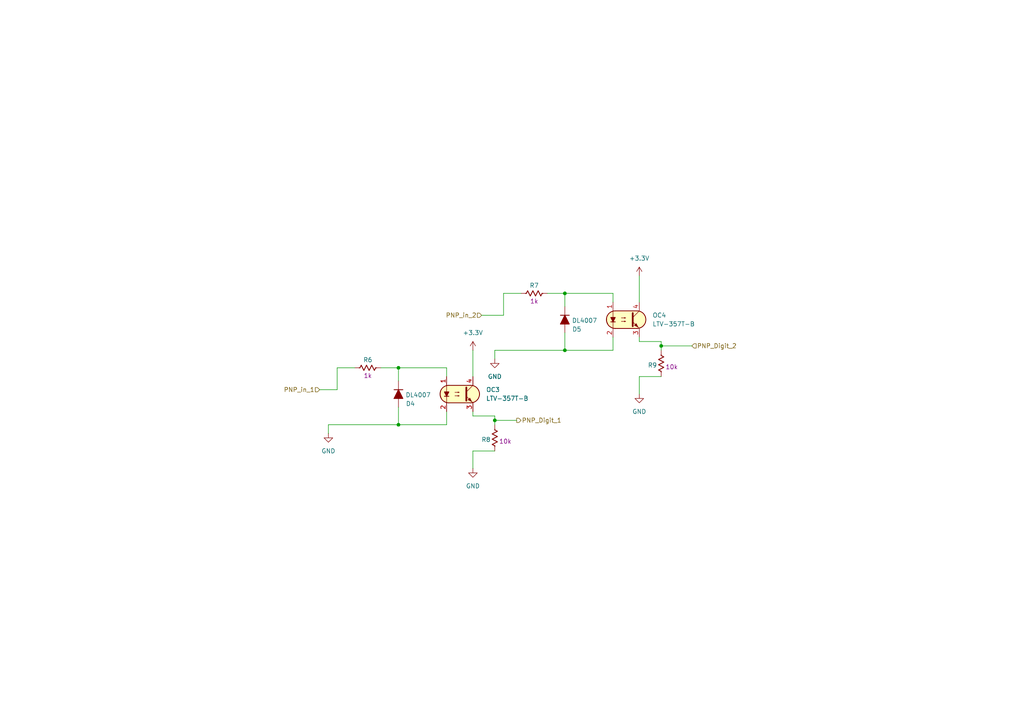
<source format=kicad_sch>
(kicad_sch
	(version 20250114)
	(generator "eeschema")
	(generator_version "9.0")
	(uuid "9d6da46a-ef77-4e59-8348-e2e874ec4a6c")
	(paper "A4")
	(lib_symbols
		(symbol "PCM_Diode_AKL:DL4007"
			(pin_numbers
				(hide yes)
			)
			(pin_names
				(offset 1.016)
				(hide yes)
			)
			(exclude_from_sim no)
			(in_bom yes)
			(on_board yes)
			(property "Reference" "D"
				(at 0 5.08 0)
				(effects
					(font
						(size 1.27 1.27)
					)
				)
			)
			(property "Value" "DL4007"
				(at 0 2.54 0)
				(effects
					(font
						(size 1.27 1.27)
					)
				)
			)
			(property "Footprint" "PCM_Diode_SMD_AKL:D_MELF"
				(at 0 0 0)
				(effects
					(font
						(size 1.27 1.27)
					)
					(hide yes)
				)
			)
			(property "Datasheet" "https://www.diodes.com/assets/Datasheets/products_inactive_data/ds16001.pdf"
				(at 0 0 0)
				(effects
					(font
						(size 1.27 1.27)
					)
					(hide yes)
				)
			)
			(property "Description" "MELF Diode, Rectifier, 1000V, 1A, Alternate KiCad Library"
				(at 0 0 0)
				(effects
					(font
						(size 1.27 1.27)
					)
					(hide yes)
				)
			)
			(property "ki_keywords" "diode 1N4007 DL4007"
				(at 0 0 0)
				(effects
					(font
						(size 1.27 1.27)
					)
					(hide yes)
				)
			)
			(property "ki_fp_filters" "TO-???* *_Diode_* *SingleDiode* D_*"
				(at 0 0 0)
				(effects
					(font
						(size 1.27 1.27)
					)
					(hide yes)
				)
			)
			(symbol "DL4007_0_1"
				(polyline
					(pts
						(xy -1.27 1.27) (xy -1.27 -1.27) (xy 1.27 0) (xy -1.27 1.27)
					)
					(stroke
						(width 0.254)
						(type default)
					)
					(fill
						(type outline)
					)
				)
				(polyline
					(pts
						(xy -1.27 0) (xy 1.27 0)
					)
					(stroke
						(width 0)
						(type default)
					)
					(fill
						(type none)
					)
				)
				(polyline
					(pts
						(xy 1.27 1.27) (xy 1.27 -1.27)
					)
					(stroke
						(width 0.254)
						(type default)
					)
					(fill
						(type none)
					)
				)
			)
			(symbol "DL4007_0_2"
				(polyline
					(pts
						(xy -2.54 -2.54) (xy 2.54 2.54)
					)
					(stroke
						(width 0)
						(type default)
					)
					(fill
						(type none)
					)
				)
				(polyline
					(pts
						(xy -0.889 -0.889) (xy -1.778 0) (xy 0.889 0.889) (xy 0 -1.778) (xy -0.889 -0.889)
					)
					(stroke
						(width 0.254)
						(type default)
					)
					(fill
						(type outline)
					)
				)
				(polyline
					(pts
						(xy 0 1.778) (xy 1.778 0)
					)
					(stroke
						(width 0.254)
						(type default)
					)
					(fill
						(type none)
					)
				)
			)
			(symbol "DL4007_1_1"
				(pin passive line
					(at -3.81 0 0)
					(length 2.54)
					(name "A"
						(effects
							(font
								(size 1.27 1.27)
							)
						)
					)
					(number "2"
						(effects
							(font
								(size 1.27 1.27)
							)
						)
					)
				)
				(pin passive line
					(at 3.81 0 180)
					(length 2.54)
					(name "K"
						(effects
							(font
								(size 1.27 1.27)
							)
						)
					)
					(number "1"
						(effects
							(font
								(size 1.27 1.27)
							)
						)
					)
				)
			)
			(symbol "DL4007_1_2"
				(pin passive line
					(at -2.54 -2.54 0)
					(length 0)
					(name "A"
						(effects
							(font
								(size 1.27 1.27)
							)
						)
					)
					(number "2"
						(effects
							(font
								(size 1.27 1.27)
							)
						)
					)
				)
				(pin passive line
					(at 2.54 2.54 180)
					(length 0)
					(name "K"
						(effects
							(font
								(size 1.27 1.27)
							)
						)
					)
					(number "1"
						(effects
							(font
								(size 1.27 1.27)
							)
						)
					)
				)
			)
			(embedded_fonts no)
		)
		(symbol "PCM_Optocoupler_AKL:LTV-357T-B"
			(pin_names
				(offset 1.016)
			)
			(exclude_from_sim no)
			(in_bom yes)
			(on_board yes)
			(property "Reference" "OC"
				(at 6.35 1.27 0)
				(effects
					(font
						(size 1.27 1.27)
					)
					(justify left)
				)
			)
			(property "Value" "LTV-357T-B"
				(at 6.35 -1.27 0)
				(effects
					(font
						(size 1.27 1.27)
					)
					(justify left)
				)
			)
			(property "Footprint" "PCM_Package_SO_AKL:SO-4_4.4x3.9mm_P2.54mm"
				(at -5.08 -5.08 0)
				(effects
					(font
						(size 1.27 1.27)
						(italic yes)
					)
					(justify left)
					(hide yes)
				)
			)
			(property "Datasheet" "https://www.tme.eu/Document/4ccb1404604244f2e07aa15af3469fcc/LTV-357T.pdf"
				(at 0 0 0)
				(effects
					(font
						(size 1.27 1.27)
					)
					(justify left)
					(hide yes)
				)
			)
			(property "Description" "SO-4 Optocoupler, Transistor output, 3.75kV, 18us, Alternate KiCAD Library"
				(at 0 0 0)
				(effects
					(font
						(size 1.27 1.27)
					)
					(hide yes)
				)
			)
			(property "ki_keywords" "NPN Optocoupler transistor output bidirectional input LTV-357T"
				(at 0 0 0)
				(effects
					(font
						(size 1.27 1.27)
					)
					(hide yes)
				)
			)
			(property "ki_fp_filters" "DIP*W7.62mm*"
				(at 0 0 0)
				(effects
					(font
						(size 1.27 1.27)
					)
					(hide yes)
				)
			)
			(symbol "LTV-357T-B_0_1"
				(polyline
					(pts
						(xy -4.445 -0.635) (xy -3.175 -0.635)
					)
					(stroke
						(width 0.254)
						(type default)
					)
					(fill
						(type none)
					)
				)
				(polyline
					(pts
						(xy -3.81 -0.635) (xy -4.445 0.635) (xy -3.175 0.635) (xy -3.81 -0.635)
					)
					(stroke
						(width 0.254)
						(type default)
					)
					(fill
						(type outline)
					)
				)
				(polyline
					(pts
						(xy -3.81 -2.54) (xy -3.81 -1.27) (xy -3.81 2.54)
					)
					(stroke
						(width 0.1524)
						(type default)
					)
					(fill
						(type none)
					)
				)
				(polyline
					(pts
						(xy -3.175 2.54) (xy 3.175 2.54)
					)
					(stroke
						(width 0.254)
						(type default)
					)
					(fill
						(type none)
					)
				)
				(arc
					(start -3.1975 -2.54)
					(mid -5.7151 0)
					(end -3.1975 2.54)
					(stroke
						(width 0.254)
						(type default)
					)
					(fill
						(type none)
					)
				)
				(polyline
					(pts
						(xy -2.54 2.54) (xy 3.429 2.54) (xy 4.318 2.286) (xy 4.699 2.032) (xy 5.08 1.651) (xy 5.461 1.016)
						(xy 5.715 0.381) (xy 5.715 -0.381) (xy 5.461 -1.143) (xy 4.826 -1.905) (xy 4.191 -2.286) (xy 3.302 -2.54)
						(xy -3.81 -2.54) (xy -3.81 -2.54) (xy -4.572 -2.032) (xy -5.08 -1.778) (xy -5.588 -0.508) (xy -5.588 0.254)
						(xy -5.588 1.016) (xy -5.08 1.778) (xy -4.318 2.286) (xy -3.556 2.54) (xy -2.54 2.54)
					)
					(stroke
						(width 0.01)
						(type default)
					)
					(fill
						(type background)
					)
				)
				(polyline
					(pts
						(xy -1.397 0.508) (xy -0.127 0.508) (xy -0.508 0.381) (xy -0.508 0.635) (xy -0.127 0.508)
					)
					(stroke
						(width 0)
						(type default)
					)
					(fill
						(type none)
					)
				)
				(polyline
					(pts
						(xy -1.397 -0.508) (xy -0.127 -0.508) (xy -0.508 -0.635) (xy -0.508 -0.381) (xy -0.127 -0.508)
					)
					(stroke
						(width 0)
						(type default)
					)
					(fill
						(type none)
					)
				)
				(polyline
					(pts
						(xy 1.905 1.905) (xy 1.905 -1.905) (xy 1.905 -1.905)
					)
					(stroke
						(width 0.508)
						(type default)
					)
					(fill
						(type none)
					)
				)
				(polyline
					(pts
						(xy 1.905 0.635) (xy 3.81 2.54)
					)
					(stroke
						(width 0)
						(type default)
					)
					(fill
						(type none)
					)
				)
				(polyline
					(pts
						(xy 2.413 -1.651) (xy 2.921 -1.143) (xy 3.429 -2.159) (xy 2.413 -1.651) (xy 2.413 -1.651)
					)
					(stroke
						(width 0)
						(type default)
					)
					(fill
						(type outline)
					)
				)
				(arc
					(start 3.1975 2.54)
					(mid 5.7151 0)
					(end 3.1975 -2.54)
					(stroke
						(width 0.254)
						(type default)
					)
					(fill
						(type none)
					)
				)
				(polyline
					(pts
						(xy 3.175 -2.54) (xy -3.175 -2.54)
					)
					(stroke
						(width 0.254)
						(type default)
					)
					(fill
						(type none)
					)
				)
				(polyline
					(pts
						(xy 3.81 -2.54) (xy 1.905 -0.635)
					)
					(stroke
						(width 0)
						(type default)
					)
					(fill
						(type outline)
					)
				)
			)
			(symbol "LTV-357T-B_1_1"
				(pin passive line
					(at -3.81 5.08 270)
					(length 2.54)
					(name "~"
						(effects
							(font
								(size 1.27 1.27)
							)
						)
					)
					(number "1"
						(effects
							(font
								(size 1.27 1.27)
							)
						)
					)
				)
				(pin passive line
					(at -3.81 -5.08 90)
					(length 2.54)
					(name "~"
						(effects
							(font
								(size 1.27 1.27)
							)
						)
					)
					(number "2"
						(effects
							(font
								(size 1.27 1.27)
							)
						)
					)
				)
				(pin passive line
					(at 3.81 5.08 270)
					(length 2.54)
					(name "~"
						(effects
							(font
								(size 1.27 1.27)
							)
						)
					)
					(number "4"
						(effects
							(font
								(size 1.27 1.27)
							)
						)
					)
				)
				(pin passive line
					(at 3.81 -5.08 90)
					(length 2.54)
					(name "~"
						(effects
							(font
								(size 1.27 1.27)
							)
						)
					)
					(number "3"
						(effects
							(font
								(size 1.27 1.27)
							)
						)
					)
				)
			)
			(embedded_fonts no)
		)
		(symbol "PCM_Resistor_US_AKL:R_0603"
			(pin_numbers
				(hide yes)
			)
			(pin_names
				(offset 0)
			)
			(exclude_from_sim no)
			(in_bom yes)
			(on_board yes)
			(property "Reference" "R"
				(at 2.54 1.27 0)
				(effects
					(font
						(size 1.27 1.27)
					)
					(justify left)
				)
			)
			(property "Value" "R_0603"
				(at 2.54 -1.27 0)
				(effects
					(font
						(size 1.27 1.27)
					)
					(justify left)
				)
			)
			(property "Footprint" "PCM_Resistor_SMD_AKL:R_0603_1608Metric"
				(at 0 -11.43 0)
				(effects
					(font
						(size 1.27 1.27)
					)
					(hide yes)
				)
			)
			(property "Datasheet" "~"
				(at 0 0 0)
				(effects
					(font
						(size 1.27 1.27)
					)
					(hide yes)
				)
			)
			(property "Description" "SMD 0603 Chip Resistor, US Symbol, Alternate KiCad Library"
				(at 0 0 0)
				(effects
					(font
						(size 1.27 1.27)
					)
					(hide yes)
				)
			)
			(property "ki_keywords" "R res resistor us SMD 0603"
				(at 0 0 0)
				(effects
					(font
						(size 1.27 1.27)
					)
					(hide yes)
				)
			)
			(property "ki_fp_filters" "R_*"
				(at 0 0 0)
				(effects
					(font
						(size 1.27 1.27)
					)
					(hide yes)
				)
			)
			(symbol "R_0603_0_1"
				(polyline
					(pts
						(xy 0 2.286) (xy 0 2.54)
					)
					(stroke
						(width 0.254)
						(type default)
					)
					(fill
						(type none)
					)
				)
				(polyline
					(pts
						(xy 0 2.286) (xy 0.762 1.905) (xy -0.762 1.143) (xy 0 0.762) (xy 0.762 0.381) (xy 0 0) (xy -0.762 -0.381)
						(xy 0 -0.762) (xy 0.762 -1.143) (xy 0 -1.524) (xy -0.762 -1.905) (xy 0 -2.286)
					)
					(stroke
						(width 0.254)
						(type default)
					)
					(fill
						(type none)
					)
				)
				(polyline
					(pts
						(xy 0 -2.286) (xy 0 -2.54)
					)
					(stroke
						(width 0.254)
						(type default)
					)
					(fill
						(type none)
					)
				)
			)
			(symbol "R_0603_0_2"
				(polyline
					(pts
						(xy -2.54 -2.54) (xy -1.778 -1.778)
					)
					(stroke
						(width 0)
						(type default)
					)
					(fill
						(type none)
					)
				)
				(polyline
					(pts
						(xy -1.778 -1.778) (xy -1.524 -1.524)
					)
					(stroke
						(width 0.254)
						(type default)
					)
					(fill
						(type none)
					)
				)
				(polyline
					(pts
						(xy -1.524 -1.524) (xy -1.778 -0.762) (xy -1.016 -1.016)
					)
					(stroke
						(width 0.254)
						(type default)
					)
					(fill
						(type none)
					)
				)
				(polyline
					(pts
						(xy -0.508 -0.508) (xy -0.762 0.254) (xy 0 0)
					)
					(stroke
						(width 0.254)
						(type default)
					)
					(fill
						(type none)
					)
				)
				(polyline
					(pts
						(xy -0.508 -0.508) (xy -0.254 -1.27) (xy -1.016 -1.016)
					)
					(stroke
						(width 0.254)
						(type default)
					)
					(fill
						(type none)
					)
				)
				(polyline
					(pts
						(xy 0.508 0.508) (xy 0.254 1.27) (xy 1.016 1.016)
					)
					(stroke
						(width 0.254)
						(type default)
					)
					(fill
						(type none)
					)
				)
				(polyline
					(pts
						(xy 0.508 0.508) (xy 0.762 -0.254) (xy 0 0)
					)
					(stroke
						(width 0.254)
						(type default)
					)
					(fill
						(type none)
					)
				)
				(polyline
					(pts
						(xy 1.524 1.524) (xy 1.778 0.762) (xy 1.016 1.016)
					)
					(stroke
						(width 0.254)
						(type default)
					)
					(fill
						(type none)
					)
				)
				(polyline
					(pts
						(xy 1.778 1.778) (xy 1.524 1.524)
					)
					(stroke
						(width 0.254)
						(type default)
					)
					(fill
						(type none)
					)
				)
				(polyline
					(pts
						(xy 1.778 1.778) (xy 2.54 2.54)
					)
					(stroke
						(width 0)
						(type default)
					)
					(fill
						(type none)
					)
				)
			)
			(symbol "R_0603_1_1"
				(pin passive line
					(at 0 3.81 270)
					(length 1.27)
					(name "~"
						(effects
							(font
								(size 1.27 1.27)
							)
						)
					)
					(number "1"
						(effects
							(font
								(size 1.27 1.27)
							)
						)
					)
				)
				(pin passive line
					(at 0 -3.81 90)
					(length 1.27)
					(name "~"
						(effects
							(font
								(size 1.27 1.27)
							)
						)
					)
					(number "2"
						(effects
							(font
								(size 1.27 1.27)
							)
						)
					)
				)
			)
			(symbol "R_0603_1_2"
				(pin passive line
					(at -2.54 -2.54 0)
					(length 0)
					(name ""
						(effects
							(font
								(size 1.27 1.27)
							)
						)
					)
					(number "2"
						(effects
							(font
								(size 1.27 1.27)
							)
						)
					)
				)
				(pin passive line
					(at 2.54 2.54 180)
					(length 0)
					(name ""
						(effects
							(font
								(size 1.27 1.27)
							)
						)
					)
					(number "1"
						(effects
							(font
								(size 1.27 1.27)
							)
						)
					)
				)
			)
			(embedded_fonts no)
		)
		(symbol "power:+3.3V"
			(power)
			(pin_numbers
				(hide yes)
			)
			(pin_names
				(offset 0)
				(hide yes)
			)
			(exclude_from_sim no)
			(in_bom yes)
			(on_board yes)
			(property "Reference" "#PWR"
				(at 0 -3.81 0)
				(effects
					(font
						(size 1.27 1.27)
					)
					(hide yes)
				)
			)
			(property "Value" "+3.3V"
				(at 0 3.556 0)
				(effects
					(font
						(size 1.27 1.27)
					)
				)
			)
			(property "Footprint" ""
				(at 0 0 0)
				(effects
					(font
						(size 1.27 1.27)
					)
					(hide yes)
				)
			)
			(property "Datasheet" ""
				(at 0 0 0)
				(effects
					(font
						(size 1.27 1.27)
					)
					(hide yes)
				)
			)
			(property "Description" "Power symbol creates a global label with name \"+3.3V\""
				(at 0 0 0)
				(effects
					(font
						(size 1.27 1.27)
					)
					(hide yes)
				)
			)
			(property "ki_keywords" "global power"
				(at 0 0 0)
				(effects
					(font
						(size 1.27 1.27)
					)
					(hide yes)
				)
			)
			(symbol "+3.3V_0_1"
				(polyline
					(pts
						(xy -0.762 1.27) (xy 0 2.54)
					)
					(stroke
						(width 0)
						(type default)
					)
					(fill
						(type none)
					)
				)
				(polyline
					(pts
						(xy 0 2.54) (xy 0.762 1.27)
					)
					(stroke
						(width 0)
						(type default)
					)
					(fill
						(type none)
					)
				)
				(polyline
					(pts
						(xy 0 0) (xy 0 2.54)
					)
					(stroke
						(width 0)
						(type default)
					)
					(fill
						(type none)
					)
				)
			)
			(symbol "+3.3V_1_1"
				(pin power_in line
					(at 0 0 90)
					(length 0)
					(name "~"
						(effects
							(font
								(size 1.27 1.27)
							)
						)
					)
					(number "1"
						(effects
							(font
								(size 1.27 1.27)
							)
						)
					)
				)
			)
			(embedded_fonts no)
		)
		(symbol "power:GND"
			(power)
			(pin_numbers
				(hide yes)
			)
			(pin_names
				(offset 0)
				(hide yes)
			)
			(exclude_from_sim no)
			(in_bom yes)
			(on_board yes)
			(property "Reference" "#PWR"
				(at 0 -6.35 0)
				(effects
					(font
						(size 1.27 1.27)
					)
					(hide yes)
				)
			)
			(property "Value" "GND"
				(at 0 -3.81 0)
				(effects
					(font
						(size 1.27 1.27)
					)
				)
			)
			(property "Footprint" ""
				(at 0 0 0)
				(effects
					(font
						(size 1.27 1.27)
					)
					(hide yes)
				)
			)
			(property "Datasheet" ""
				(at 0 0 0)
				(effects
					(font
						(size 1.27 1.27)
					)
					(hide yes)
				)
			)
			(property "Description" "Power symbol creates a global label with name \"GND\" , ground"
				(at 0 0 0)
				(effects
					(font
						(size 1.27 1.27)
					)
					(hide yes)
				)
			)
			(property "ki_keywords" "global power"
				(at 0 0 0)
				(effects
					(font
						(size 1.27 1.27)
					)
					(hide yes)
				)
			)
			(symbol "GND_0_1"
				(polyline
					(pts
						(xy 0 0) (xy 0 -1.27) (xy 1.27 -1.27) (xy 0 -2.54) (xy -1.27 -1.27) (xy 0 -1.27)
					)
					(stroke
						(width 0)
						(type default)
					)
					(fill
						(type none)
					)
				)
			)
			(symbol "GND_1_1"
				(pin power_in line
					(at 0 0 270)
					(length 0)
					(name "~"
						(effects
							(font
								(size 1.27 1.27)
							)
						)
					)
					(number "1"
						(effects
							(font
								(size 1.27 1.27)
							)
						)
					)
				)
			)
			(embedded_fonts no)
		)
	)
	(junction
		(at 163.83 101.6)
		(diameter 0)
		(color 0 0 0 0)
		(uuid "123430f1-1145-4d57-9e35-05f4f347729a")
	)
	(junction
		(at 115.57 106.68)
		(diameter 0)
		(color 0 0 0 0)
		(uuid "557f2c90-8af7-47e0-874e-0bfa3980643d")
	)
	(junction
		(at 115.57 123.19)
		(diameter 0)
		(color 0 0 0 0)
		(uuid "d93ffb51-9ac7-429a-bf88-993cc66319a4")
	)
	(junction
		(at 191.77 100.33)
		(diameter 0)
		(color 0 0 0 0)
		(uuid "e5009084-e65d-4c47-a87b-9531702b0555")
	)
	(junction
		(at 143.51 121.92)
		(diameter 0)
		(color 0 0 0 0)
		(uuid "e6c31f7b-c237-43d0-987d-1ec6f832ad0f")
	)
	(junction
		(at 163.83 85.09)
		(diameter 0)
		(color 0 0 0 0)
		(uuid "eb446594-2ce3-4f0e-9a3c-12315e9f2a3d")
	)
	(wire
		(pts
			(xy 129.54 106.68) (xy 129.54 109.22)
		)
		(stroke
			(width 0)
			(type default)
		)
		(uuid "058d5291-a108-4121-b9f2-92978f88ae32")
	)
	(wire
		(pts
			(xy 137.16 130.81) (xy 137.16 135.89)
		)
		(stroke
			(width 0)
			(type default)
		)
		(uuid "07e353e3-82fd-458d-84be-900c4b049a59")
	)
	(wire
		(pts
			(xy 95.25 123.19) (xy 95.25 125.73)
		)
		(stroke
			(width 0)
			(type default)
		)
		(uuid "0bc3ed6d-352c-4735-87b0-374466ea8162")
	)
	(wire
		(pts
			(xy 129.54 119.38) (xy 129.54 123.19)
		)
		(stroke
			(width 0)
			(type default)
		)
		(uuid "13b0c4c4-ca73-42b4-af12-9e666b851d20")
	)
	(wire
		(pts
			(xy 143.51 101.6) (xy 143.51 104.14)
		)
		(stroke
			(width 0)
			(type default)
		)
		(uuid "1552fe2e-bcee-4955-a71c-0bdecb4c1e78")
	)
	(wire
		(pts
			(xy 143.51 101.6) (xy 163.83 101.6)
		)
		(stroke
			(width 0)
			(type default)
		)
		(uuid "1bf5ffff-74b4-4654-8931-bc9247d34d3b")
	)
	(wire
		(pts
			(xy 185.42 80.01) (xy 185.42 87.63)
		)
		(stroke
			(width 0)
			(type default)
		)
		(uuid "298388ca-faa8-482e-a1fc-0ccded776f8f")
	)
	(wire
		(pts
			(xy 146.05 85.09) (xy 151.13 85.09)
		)
		(stroke
			(width 0)
			(type default)
		)
		(uuid "2ba240d5-c4ce-42ab-b515-cf30b0105d17")
	)
	(wire
		(pts
			(xy 191.77 100.33) (xy 200.66 100.33)
		)
		(stroke
			(width 0)
			(type default)
		)
		(uuid "3586ffe2-a01d-4a54-990d-240a6825c5f6")
	)
	(wire
		(pts
			(xy 115.57 123.19) (xy 129.54 123.19)
		)
		(stroke
			(width 0)
			(type default)
		)
		(uuid "391b9208-ea05-4d4f-9bf9-772c153385ff")
	)
	(wire
		(pts
			(xy 191.77 100.33) (xy 191.77 99.06)
		)
		(stroke
			(width 0)
			(type default)
		)
		(uuid "4a45d91a-73a5-401a-84e3-ec96d6b90b06")
	)
	(wire
		(pts
			(xy 143.51 120.65) (xy 137.16 120.65)
		)
		(stroke
			(width 0)
			(type default)
		)
		(uuid "4b49573e-6f83-40c7-83c0-dffa4227761f")
	)
	(wire
		(pts
			(xy 115.57 106.68) (xy 129.54 106.68)
		)
		(stroke
			(width 0)
			(type default)
		)
		(uuid "4e2d6c3d-3733-432c-a7a7-68240f49a7a8")
	)
	(wire
		(pts
			(xy 137.16 120.65) (xy 137.16 119.38)
		)
		(stroke
			(width 0)
			(type default)
		)
		(uuid "5576b51d-764a-4b07-adcc-861e3741ab64")
	)
	(wire
		(pts
			(xy 191.77 109.22) (xy 185.42 109.22)
		)
		(stroke
			(width 0)
			(type default)
		)
		(uuid "60b60c64-0bf7-44ef-8abf-3c2dc513407c")
	)
	(wire
		(pts
			(xy 163.83 96.52) (xy 163.83 101.6)
		)
		(stroke
			(width 0)
			(type default)
		)
		(uuid "6823fc3b-9bdf-419b-977d-ea8be3f990b8")
	)
	(wire
		(pts
			(xy 163.83 85.09) (xy 177.8 85.09)
		)
		(stroke
			(width 0)
			(type default)
		)
		(uuid "706069b0-46a1-4251-8df0-8d9148eafb89")
	)
	(wire
		(pts
			(xy 185.42 109.22) (xy 185.42 114.3)
		)
		(stroke
			(width 0)
			(type default)
		)
		(uuid "76735557-01e9-4e1f-b462-fe0fe83c6e77")
	)
	(wire
		(pts
			(xy 163.83 101.6) (xy 177.8 101.6)
		)
		(stroke
			(width 0)
			(type default)
		)
		(uuid "7b6dad3a-4c9f-4f3b-b687-eba8700c3b46")
	)
	(wire
		(pts
			(xy 143.51 121.92) (xy 143.51 120.65)
		)
		(stroke
			(width 0)
			(type default)
		)
		(uuid "7c1f3d07-649d-4ab7-9067-a75ae5befd8f")
	)
	(wire
		(pts
			(xy 143.51 121.92) (xy 149.86 121.92)
		)
		(stroke
			(width 0)
			(type default)
		)
		(uuid "800bcb8b-ef26-4168-b715-2cb67c4dd2e3")
	)
	(wire
		(pts
			(xy 191.77 99.06) (xy 185.42 99.06)
		)
		(stroke
			(width 0)
			(type default)
		)
		(uuid "85511ba4-6031-4835-bc58-826672308895")
	)
	(wire
		(pts
			(xy 143.51 123.19) (xy 143.51 121.92)
		)
		(stroke
			(width 0)
			(type default)
		)
		(uuid "8a0b449d-d61b-4164-adad-009b266e50af")
	)
	(wire
		(pts
			(xy 185.42 99.06) (xy 185.42 97.79)
		)
		(stroke
			(width 0)
			(type default)
		)
		(uuid "9421e0ee-7c1a-493d-a3c7-8a687909255c")
	)
	(wire
		(pts
			(xy 177.8 85.09) (xy 177.8 87.63)
		)
		(stroke
			(width 0)
			(type default)
		)
		(uuid "94b4720d-0619-406b-b6ee-8cc603fc9e52")
	)
	(wire
		(pts
			(xy 115.57 118.11) (xy 115.57 123.19)
		)
		(stroke
			(width 0)
			(type default)
		)
		(uuid "96b80a03-74d4-414a-9039-ca9689eb86af")
	)
	(wire
		(pts
			(xy 115.57 106.68) (xy 115.57 110.49)
		)
		(stroke
			(width 0)
			(type default)
		)
		(uuid "a44f1e81-b408-4c4b-9d77-e04fb168ea16")
	)
	(wire
		(pts
			(xy 146.05 91.44) (xy 146.05 85.09)
		)
		(stroke
			(width 0)
			(type default)
		)
		(uuid "a761dc5b-2a7e-4b59-98a0-23671cb7ab1d")
	)
	(wire
		(pts
			(xy 158.75 85.09) (xy 163.83 85.09)
		)
		(stroke
			(width 0)
			(type default)
		)
		(uuid "c7d22462-d65c-4d3a-80f9-b51dc76737fd")
	)
	(wire
		(pts
			(xy 163.83 85.09) (xy 163.83 88.9)
		)
		(stroke
			(width 0)
			(type default)
		)
		(uuid "d266b330-a20f-4e77-afc6-dcbbc7a53260")
	)
	(wire
		(pts
			(xy 110.49 106.68) (xy 115.57 106.68)
		)
		(stroke
			(width 0)
			(type default)
		)
		(uuid "d4e9249d-9d8d-460d-85be-ab79e16c413c")
	)
	(wire
		(pts
			(xy 177.8 97.79) (xy 177.8 101.6)
		)
		(stroke
			(width 0)
			(type default)
		)
		(uuid "d8609ffd-25e4-4556-b56e-8940e5255a69")
	)
	(wire
		(pts
			(xy 97.79 113.03) (xy 97.79 106.68)
		)
		(stroke
			(width 0)
			(type default)
		)
		(uuid "d97d6e5c-a6d3-4fc1-bf67-387d4f435720")
	)
	(wire
		(pts
			(xy 92.71 113.03) (xy 97.79 113.03)
		)
		(stroke
			(width 0)
			(type default)
		)
		(uuid "db4dd46a-c524-456e-b37d-af724a7f7b65")
	)
	(wire
		(pts
			(xy 137.16 101.6) (xy 137.16 109.22)
		)
		(stroke
			(width 0)
			(type default)
		)
		(uuid "dcbea616-d396-49df-9896-ede7711a8ab0")
	)
	(wire
		(pts
			(xy 95.25 123.19) (xy 115.57 123.19)
		)
		(stroke
			(width 0)
			(type default)
		)
		(uuid "dffa3e24-25cb-410a-8784-f573e500cda5")
	)
	(wire
		(pts
			(xy 191.77 101.6) (xy 191.77 100.33)
		)
		(stroke
			(width 0)
			(type default)
		)
		(uuid "e63ac18b-c540-4d1e-9fad-83eec8c8ec52")
	)
	(wire
		(pts
			(xy 97.79 106.68) (xy 102.87 106.68)
		)
		(stroke
			(width 0)
			(type default)
		)
		(uuid "ecb22673-beca-4cdb-8773-85c2da6a3bb3")
	)
	(wire
		(pts
			(xy 139.7 91.44) (xy 146.05 91.44)
		)
		(stroke
			(width 0)
			(type default)
		)
		(uuid "f5fec3c5-438f-4b9a-bd72-3a3a906f8a6d")
	)
	(wire
		(pts
			(xy 143.51 130.81) (xy 137.16 130.81)
		)
		(stroke
			(width 0)
			(type default)
		)
		(uuid "fe01997f-340c-4f74-935a-ca010d911d0c")
	)
	(hierarchical_label "PNP_in_1"
		(shape input)
		(at 92.71 113.03 180)
		(effects
			(font
				(size 1.27 1.27)
			)
			(justify right)
		)
		(uuid "120c5c4f-7fd1-4df3-9bcb-421f8009f792")
	)
	(hierarchical_label "PNP_Digit_1"
		(shape output)
		(at 149.86 121.92 0)
		(effects
			(font
				(size 1.27 1.27)
			)
			(justify left)
		)
		(uuid "2b19df57-e06b-4a81-a77c-e2a92f3a625f")
	)
	(hierarchical_label "PNP_Digit_2"
		(shape input)
		(at 200.66 100.33 0)
		(effects
			(font
				(size 1.27 1.27)
			)
			(justify left)
		)
		(uuid "a88d302e-cab1-4262-ba0f-dc2d0c2626e7")
	)
	(hierarchical_label "PNP_in_2"
		(shape input)
		(at 139.7 91.44 180)
		(effects
			(font
				(size 1.27 1.27)
			)
			(justify right)
		)
		(uuid "dfc8e41f-c3c7-432d-b0c1-33421e90a2a6")
	)
	(symbol
		(lib_id "power:GND")
		(at 185.42 114.3 0)
		(unit 1)
		(exclude_from_sim no)
		(in_bom yes)
		(on_board yes)
		(dnp no)
		(fields_autoplaced yes)
		(uuid "0d59856d-2f81-4063-8f2c-395120b1f95d")
		(property "Reference" "#PWR022"
			(at 185.42 120.65 0)
			(effects
				(font
					(size 1.27 1.27)
				)
				(hide yes)
			)
		)
		(property "Value" "GND"
			(at 185.42 119.38 0)
			(effects
				(font
					(size 1.27 1.27)
				)
			)
		)
		(property "Footprint" ""
			(at 185.42 114.3 0)
			(effects
				(font
					(size 1.27 1.27)
				)
				(hide yes)
			)
		)
		(property "Datasheet" ""
			(at 185.42 114.3 0)
			(effects
				(font
					(size 1.27 1.27)
				)
				(hide yes)
			)
		)
		(property "Description" "Power symbol creates a global label with name \"GND\" , ground"
			(at 185.42 114.3 0)
			(effects
				(font
					(size 1.27 1.27)
				)
				(hide yes)
			)
		)
		(pin "1"
			(uuid "62331fae-3fbe-47b8-a8d9-f9818945fa76")
		)
		(instances
			(project "Nivara Controls"
				(path "/42622735-4343-4315-af64-a45701a752b6/711b914f-41ac-411e-bef3-8ade05c9a19b/d6d4f6f7-bfd3-43e1-a94b-2993a59c2239"
					(reference "#PWR022")
					(unit 1)
				)
			)
		)
	)
	(symbol
		(lib_id "power:+3.3V")
		(at 185.42 80.01 0)
		(unit 1)
		(exclude_from_sim no)
		(in_bom yes)
		(on_board yes)
		(dnp no)
		(fields_autoplaced yes)
		(uuid "4067e3a9-da46-477e-9f6a-a70fba702b30")
		(property "Reference" "#PWR021"
			(at 185.42 83.82 0)
			(effects
				(font
					(size 1.27 1.27)
				)
				(hide yes)
			)
		)
		(property "Value" "+3.3V"
			(at 185.42 74.93 0)
			(effects
				(font
					(size 1.27 1.27)
				)
			)
		)
		(property "Footprint" ""
			(at 185.42 80.01 0)
			(effects
				(font
					(size 1.27 1.27)
				)
				(hide yes)
			)
		)
		(property "Datasheet" ""
			(at 185.42 80.01 0)
			(effects
				(font
					(size 1.27 1.27)
				)
				(hide yes)
			)
		)
		(property "Description" "Power symbol creates a global label with name \"+3.3V\""
			(at 185.42 80.01 0)
			(effects
				(font
					(size 1.27 1.27)
				)
				(hide yes)
			)
		)
		(pin "1"
			(uuid "7693143a-03f4-4b3f-ab7e-59e00fb6775f")
		)
		(instances
			(project "Nivara Controls"
				(path "/42622735-4343-4315-af64-a45701a752b6/711b914f-41ac-411e-bef3-8ade05c9a19b/d6d4f6f7-bfd3-43e1-a94b-2993a59c2239"
					(reference "#PWR021")
					(unit 1)
				)
			)
		)
	)
	(symbol
		(lib_id "PCM_Resistor_US_AKL:R_0603")
		(at 106.68 106.68 90)
		(unit 1)
		(exclude_from_sim no)
		(in_bom yes)
		(on_board yes)
		(dnp no)
		(uuid "453accd8-a89f-4051-91f7-dc2793709569")
		(property "Reference" "R6"
			(at 106.68 104.394 90)
			(effects
				(font
					(size 1.27 1.27)
				)
			)
		)
		(property "Value" "R_0603"
			(at 106.68 102.87 90)
			(effects
				(font
					(size 1.27 1.27)
				)
				(hide yes)
			)
		)
		(property "Footprint" "PCM_Resistor_SMD_AKL:R_0603_1608Metric"
			(at 118.11 106.68 0)
			(effects
				(font
					(size 1.27 1.27)
				)
				(hide yes)
			)
		)
		(property "Datasheet" "~"
			(at 106.68 106.68 0)
			(effects
				(font
					(size 1.27 1.27)
				)
				(hide yes)
			)
		)
		(property "Description" "SMD 0603 Chip Resistor, US Symbol, Alternate KiCad Library"
			(at 106.68 106.68 0)
			(effects
				(font
					(size 1.27 1.27)
				)
				(hide yes)
			)
		)
		(property "Part Number" ""
			(at 106.68 106.68 0)
			(effects
				(font
					(size 1.27 1.27)
				)
				(hide yes)
			)
		)
		(property "Capacidad" "1k"
			(at 106.68 108.966 90)
			(effects
				(font
					(size 1.27 1.27)
				)
			)
		)
		(pin "1"
			(uuid "ad75bb58-d3f5-432d-b581-88ee1ab943cf")
		)
		(pin "2"
			(uuid "fbc3252d-129c-4f89-a097-22309902fd21")
		)
		(instances
			(project "Nivara Controls"
				(path "/42622735-4343-4315-af64-a45701a752b6/711b914f-41ac-411e-bef3-8ade05c9a19b/d6d4f6f7-bfd3-43e1-a94b-2993a59c2239"
					(reference "R6")
					(unit 1)
				)
			)
		)
	)
	(symbol
		(lib_id "PCM_Resistor_US_AKL:R_0603")
		(at 143.51 127 0)
		(unit 1)
		(exclude_from_sim no)
		(in_bom yes)
		(on_board yes)
		(dnp no)
		(uuid "6e9b27b4-604f-4bc2-a4c7-1a827326e22b")
		(property "Reference" "R8"
			(at 140.97 127.508 0)
			(effects
				(font
					(size 1.27 1.27)
				)
			)
		)
		(property "Value" "R_0603"
			(at 136.144 127 90)
			(effects
				(font
					(size 1.27 1.27)
				)
				(hide yes)
			)
		)
		(property "Footprint" "PCM_Resistor_SMD_AKL:R_0603_1608Metric"
			(at 143.51 138.43 0)
			(effects
				(font
					(size 1.27 1.27)
				)
				(hide yes)
			)
		)
		(property "Datasheet" "~"
			(at 143.51 127 0)
			(effects
				(font
					(size 1.27 1.27)
				)
				(hide yes)
			)
		)
		(property "Description" "SMD 0603 Chip Resistor, US Symbol, Alternate KiCad Library"
			(at 143.51 127 0)
			(effects
				(font
					(size 1.27 1.27)
				)
				(hide yes)
			)
		)
		(property "Part Number" ""
			(at 143.51 127 0)
			(effects
				(font
					(size 1.27 1.27)
				)
				(hide yes)
			)
		)
		(property "Capacidad" "10k"
			(at 146.558 128.016 0)
			(effects
				(font
					(size 1.27 1.27)
				)
			)
		)
		(pin "1"
			(uuid "d0c63b10-b026-4aa5-902b-b750837b0d8f")
		)
		(pin "2"
			(uuid "b9f8abdf-8211-4e8e-b5ba-93296f51acfb")
		)
		(instances
			(project "Nivara Controls"
				(path "/42622735-4343-4315-af64-a45701a752b6/711b914f-41ac-411e-bef3-8ade05c9a19b/d6d4f6f7-bfd3-43e1-a94b-2993a59c2239"
					(reference "R8")
					(unit 1)
				)
			)
		)
	)
	(symbol
		(lib_id "PCM_Resistor_US_AKL:R_0603")
		(at 154.94 85.09 90)
		(unit 1)
		(exclude_from_sim no)
		(in_bom yes)
		(on_board yes)
		(dnp no)
		(uuid "7e15d3e8-e6f8-4d7b-899a-371577f568fe")
		(property "Reference" "R7"
			(at 154.94 82.804 90)
			(effects
				(font
					(size 1.27 1.27)
				)
			)
		)
		(property "Value" "R_0603"
			(at 154.94 81.28 90)
			(effects
				(font
					(size 1.27 1.27)
				)
				(hide yes)
			)
		)
		(property "Footprint" "PCM_Resistor_SMD_AKL:R_0603_1608Metric"
			(at 166.37 85.09 0)
			(effects
				(font
					(size 1.27 1.27)
				)
				(hide yes)
			)
		)
		(property "Datasheet" "~"
			(at 154.94 85.09 0)
			(effects
				(font
					(size 1.27 1.27)
				)
				(hide yes)
			)
		)
		(property "Description" "SMD 0603 Chip Resistor, US Symbol, Alternate KiCad Library"
			(at 154.94 85.09 0)
			(effects
				(font
					(size 1.27 1.27)
				)
				(hide yes)
			)
		)
		(property "Part Number" ""
			(at 154.94 85.09 0)
			(effects
				(font
					(size 1.27 1.27)
				)
				(hide yes)
			)
		)
		(property "Capacidad" "1k"
			(at 154.94 87.376 90)
			(effects
				(font
					(size 1.27 1.27)
				)
			)
		)
		(pin "1"
			(uuid "ecdcc5d5-0c4d-4cab-9459-d0462149a355")
		)
		(pin "2"
			(uuid "698e228b-e968-4b42-9f28-cb541df0d6d0")
		)
		(instances
			(project "Nivara Controls"
				(path "/42622735-4343-4315-af64-a45701a752b6/711b914f-41ac-411e-bef3-8ade05c9a19b/d6d4f6f7-bfd3-43e1-a94b-2993a59c2239"
					(reference "R7")
					(unit 1)
				)
			)
		)
	)
	(symbol
		(lib_id "PCM_Diode_AKL:DL4007")
		(at 163.83 92.71 90)
		(unit 1)
		(exclude_from_sim no)
		(in_bom yes)
		(on_board yes)
		(dnp no)
		(uuid "8736dcf0-8645-4557-b3d9-b3f7a6851321")
		(property "Reference" "D5"
			(at 168.656 95.504 90)
			(effects
				(font
					(size 1.27 1.27)
				)
				(justify left)
			)
		)
		(property "Value" "DL4007"
			(at 173.228 92.964 90)
			(effects
				(font
					(size 1.27 1.27)
				)
				(justify left)
			)
		)
		(property "Footprint" "Diode_SMD:D_0805_2012Metric_Pad1.15x1.40mm_HandSolder"
			(at 163.83 92.71 0)
			(effects
				(font
					(size 1.27 1.27)
				)
				(hide yes)
			)
		)
		(property "Datasheet" "https://www.diodes.com/assets/Datasheets/products_inactive_data/ds16001.pdf"
			(at 163.83 92.71 0)
			(effects
				(font
					(size 1.27 1.27)
				)
				(hide yes)
			)
		)
		(property "Description" "MELF Diode, Rectifier, 1000V, 1A, Alternate KiCad Library"
			(at 163.83 92.71 0)
			(effects
				(font
					(size 1.27 1.27)
				)
				(hide yes)
			)
		)
		(pin "2"
			(uuid "e246d458-14fd-4bc6-a430-16e2683fb637")
		)
		(pin "1"
			(uuid "ea489ac0-61bd-4a1b-bb4f-812db92d6470")
		)
		(instances
			(project "Nivara Controls"
				(path "/42622735-4343-4315-af64-a45701a752b6/711b914f-41ac-411e-bef3-8ade05c9a19b/d6d4f6f7-bfd3-43e1-a94b-2993a59c2239"
					(reference "D5")
					(unit 1)
				)
			)
		)
	)
	(symbol
		(lib_id "PCM_Resistor_US_AKL:R_0603")
		(at 191.77 105.41 0)
		(unit 1)
		(exclude_from_sim no)
		(in_bom yes)
		(on_board yes)
		(dnp no)
		(uuid "9bc5b5f7-81ac-4b08-91c6-d6e967182e48")
		(property "Reference" "R9"
			(at 189.23 105.918 0)
			(effects
				(font
					(size 1.27 1.27)
				)
			)
		)
		(property "Value" "R_0603"
			(at 184.404 105.41 90)
			(effects
				(font
					(size 1.27 1.27)
				)
				(hide yes)
			)
		)
		(property "Footprint" "PCM_Resistor_SMD_AKL:R_0603_1608Metric"
			(at 191.77 116.84 0)
			(effects
				(font
					(size 1.27 1.27)
				)
				(hide yes)
			)
		)
		(property "Datasheet" "~"
			(at 191.77 105.41 0)
			(effects
				(font
					(size 1.27 1.27)
				)
				(hide yes)
			)
		)
		(property "Description" "SMD 0603 Chip Resistor, US Symbol, Alternate KiCad Library"
			(at 191.77 105.41 0)
			(effects
				(font
					(size 1.27 1.27)
				)
				(hide yes)
			)
		)
		(property "Part Number" ""
			(at 191.77 105.41 0)
			(effects
				(font
					(size 1.27 1.27)
				)
				(hide yes)
			)
		)
		(property "Capacidad" "10k"
			(at 194.818 106.426 0)
			(effects
				(font
					(size 1.27 1.27)
				)
			)
		)
		(pin "1"
			(uuid "ecd4ed8f-fe16-4a69-95fa-97d49ad4bfba")
		)
		(pin "2"
			(uuid "dfde18dc-2eba-4cda-9976-1ccb2bc0d491")
		)
		(instances
			(project "Nivara Controls"
				(path "/42622735-4343-4315-af64-a45701a752b6/711b914f-41ac-411e-bef3-8ade05c9a19b/d6d4f6f7-bfd3-43e1-a94b-2993a59c2239"
					(reference "R9")
					(unit 1)
				)
			)
		)
	)
	(symbol
		(lib_id "power:GND")
		(at 95.25 125.73 0)
		(unit 1)
		(exclude_from_sim no)
		(in_bom yes)
		(on_board yes)
		(dnp no)
		(fields_autoplaced yes)
		(uuid "9f806066-52b0-4570-bca0-caf0fe9ca0aa")
		(property "Reference" "#PWR017"
			(at 95.25 132.08 0)
			(effects
				(font
					(size 1.27 1.27)
				)
				(hide yes)
			)
		)
		(property "Value" "GND"
			(at 95.25 130.81 0)
			(effects
				(font
					(size 1.27 1.27)
				)
			)
		)
		(property "Footprint" ""
			(at 95.25 125.73 0)
			(effects
				(font
					(size 1.27 1.27)
				)
				(hide yes)
			)
		)
		(property "Datasheet" ""
			(at 95.25 125.73 0)
			(effects
				(font
					(size 1.27 1.27)
				)
				(hide yes)
			)
		)
		(property "Description" "Power symbol creates a global label with name \"GND\" , ground"
			(at 95.25 125.73 0)
			(effects
				(font
					(size 1.27 1.27)
				)
				(hide yes)
			)
		)
		(pin "1"
			(uuid "9930587d-b2b8-4a38-85ad-13628e28d1c0")
		)
		(instances
			(project "Nivara Controls"
				(path "/42622735-4343-4315-af64-a45701a752b6/711b914f-41ac-411e-bef3-8ade05c9a19b/d6d4f6f7-bfd3-43e1-a94b-2993a59c2239"
					(reference "#PWR017")
					(unit 1)
				)
			)
		)
	)
	(symbol
		(lib_id "power:GND")
		(at 137.16 135.89 0)
		(unit 1)
		(exclude_from_sim no)
		(in_bom yes)
		(on_board yes)
		(dnp no)
		(fields_autoplaced yes)
		(uuid "c6d7b8ef-e1c4-4bc6-848a-87cdd6f0f839")
		(property "Reference" "#PWR020"
			(at 137.16 142.24 0)
			(effects
				(font
					(size 1.27 1.27)
				)
				(hide yes)
			)
		)
		(property "Value" "GND"
			(at 137.16 140.97 0)
			(effects
				(font
					(size 1.27 1.27)
				)
			)
		)
		(property "Footprint" ""
			(at 137.16 135.89 0)
			(effects
				(font
					(size 1.27 1.27)
				)
				(hide yes)
			)
		)
		(property "Datasheet" ""
			(at 137.16 135.89 0)
			(effects
				(font
					(size 1.27 1.27)
				)
				(hide yes)
			)
		)
		(property "Description" "Power symbol creates a global label with name \"GND\" , ground"
			(at 137.16 135.89 0)
			(effects
				(font
					(size 1.27 1.27)
				)
				(hide yes)
			)
		)
		(pin "1"
			(uuid "19794340-b350-4a70-9547-3b4239f717a4")
		)
		(instances
			(project "Nivara Controls"
				(path "/42622735-4343-4315-af64-a45701a752b6/711b914f-41ac-411e-bef3-8ade05c9a19b/d6d4f6f7-bfd3-43e1-a94b-2993a59c2239"
					(reference "#PWR020")
					(unit 1)
				)
			)
		)
	)
	(symbol
		(lib_id "PCM_Optocoupler_AKL:LTV-357T-B")
		(at 181.61 92.71 0)
		(unit 1)
		(exclude_from_sim no)
		(in_bom yes)
		(on_board yes)
		(dnp no)
		(fields_autoplaced yes)
		(uuid "cefd4fb1-4217-46d5-a939-39ebb6570296")
		(property "Reference" "OC4"
			(at 189.23 91.4399 0)
			(effects
				(font
					(size 1.27 1.27)
				)
				(justify left)
			)
		)
		(property "Value" "LTV-357T-B"
			(at 189.23 93.9799 0)
			(effects
				(font
					(size 1.27 1.27)
				)
				(justify left)
			)
		)
		(property "Footprint" "PCM_Package_SO_AKL:SO-4_4.4x3.9mm_P2.54mm"
			(at 176.53 97.79 0)
			(effects
				(font
					(size 1.27 1.27)
					(italic yes)
				)
				(justify left)
				(hide yes)
			)
		)
		(property "Datasheet" "https://www.tme.eu/Document/4ccb1404604244f2e07aa15af3469fcc/LTV-357T.pdf"
			(at 181.61 92.71 0)
			(effects
				(font
					(size 1.27 1.27)
				)
				(justify left)
				(hide yes)
			)
		)
		(property "Description" "SO-4 Optocoupler, Transistor output, 3.75kV, 18us, Alternate KiCAD Library"
			(at 181.61 92.71 0)
			(effects
				(font
					(size 1.27 1.27)
				)
				(hide yes)
			)
		)
		(pin "2"
			(uuid "e4712007-cd38-4dc4-a6e7-0a576d666f08")
		)
		(pin "4"
			(uuid "ed0590ce-6299-48d6-b0ce-b424e9d41f70")
		)
		(pin "1"
			(uuid "ee420445-bf97-4cfb-afb3-784ae839c8ab")
		)
		(pin "3"
			(uuid "b0fce962-fde4-463c-be79-e596190ac0d9")
		)
		(instances
			(project "Nivara Controls"
				(path "/42622735-4343-4315-af64-a45701a752b6/711b914f-41ac-411e-bef3-8ade05c9a19b/d6d4f6f7-bfd3-43e1-a94b-2993a59c2239"
					(reference "OC4")
					(unit 1)
				)
			)
		)
	)
	(symbol
		(lib_id "PCM_Diode_AKL:DL4007")
		(at 115.57 114.3 90)
		(unit 1)
		(exclude_from_sim no)
		(in_bom yes)
		(on_board yes)
		(dnp no)
		(uuid "d4e11a93-58f0-4fa7-b4ef-e0bf602cd214")
		(property "Reference" "D4"
			(at 120.396 117.094 90)
			(effects
				(font
					(size 1.27 1.27)
				)
				(justify left)
			)
		)
		(property "Value" "DL4007"
			(at 124.968 114.554 90)
			(effects
				(font
					(size 1.27 1.27)
				)
				(justify left)
			)
		)
		(property "Footprint" "Diode_SMD:D_0805_2012Metric_Pad1.15x1.40mm_HandSolder"
			(at 115.57 114.3 0)
			(effects
				(font
					(size 1.27 1.27)
				)
				(hide yes)
			)
		)
		(property "Datasheet" "https://www.diodes.com/assets/Datasheets/products_inactive_data/ds16001.pdf"
			(at 115.57 114.3 0)
			(effects
				(font
					(size 1.27 1.27)
				)
				(hide yes)
			)
		)
		(property "Description" "MELF Diode, Rectifier, 1000V, 1A, Alternate KiCad Library"
			(at 115.57 114.3 0)
			(effects
				(font
					(size 1.27 1.27)
				)
				(hide yes)
			)
		)
		(pin "2"
			(uuid "feb890ff-1624-4957-9f63-9c06907f13c9")
		)
		(pin "1"
			(uuid "a70a8190-3440-4ba4-be53-cb6a953a2b7a")
		)
		(instances
			(project "Nivara Controls"
				(path "/42622735-4343-4315-af64-a45701a752b6/711b914f-41ac-411e-bef3-8ade05c9a19b/d6d4f6f7-bfd3-43e1-a94b-2993a59c2239"
					(reference "D4")
					(unit 1)
				)
			)
		)
	)
	(symbol
		(lib_id "power:GND")
		(at 143.51 104.14 0)
		(unit 1)
		(exclude_from_sim no)
		(in_bom yes)
		(on_board yes)
		(dnp no)
		(fields_autoplaced yes)
		(uuid "d6829222-cdb6-4daa-9b36-93a142eabc98")
		(property "Reference" "#PWR018"
			(at 143.51 110.49 0)
			(effects
				(font
					(size 1.27 1.27)
				)
				(hide yes)
			)
		)
		(property "Value" "GND"
			(at 143.51 109.22 0)
			(effects
				(font
					(size 1.27 1.27)
				)
			)
		)
		(property "Footprint" ""
			(at 143.51 104.14 0)
			(effects
				(font
					(size 1.27 1.27)
				)
				(hide yes)
			)
		)
		(property "Datasheet" ""
			(at 143.51 104.14 0)
			(effects
				(font
					(size 1.27 1.27)
				)
				(hide yes)
			)
		)
		(property "Description" "Power symbol creates a global label with name \"GND\" , ground"
			(at 143.51 104.14 0)
			(effects
				(font
					(size 1.27 1.27)
				)
				(hide yes)
			)
		)
		(pin "1"
			(uuid "3dbce409-322c-4ec4-8b21-da2bc88d9bdd")
		)
		(instances
			(project "Nivara Controls"
				(path "/42622735-4343-4315-af64-a45701a752b6/711b914f-41ac-411e-bef3-8ade05c9a19b/d6d4f6f7-bfd3-43e1-a94b-2993a59c2239"
					(reference "#PWR018")
					(unit 1)
				)
			)
		)
	)
	(symbol
		(lib_id "PCM_Optocoupler_AKL:LTV-357T-B")
		(at 133.35 114.3 0)
		(unit 1)
		(exclude_from_sim no)
		(in_bom yes)
		(on_board yes)
		(dnp no)
		(fields_autoplaced yes)
		(uuid "f34f48f6-180f-4e4a-8555-3c8bab5155bb")
		(property "Reference" "OC3"
			(at 140.97 113.0299 0)
			(effects
				(font
					(size 1.27 1.27)
				)
				(justify left)
			)
		)
		(property "Value" "LTV-357T-B"
			(at 140.97 115.5699 0)
			(effects
				(font
					(size 1.27 1.27)
				)
				(justify left)
			)
		)
		(property "Footprint" "PCM_Package_SO_AKL:SO-4_4.4x3.9mm_P2.54mm"
			(at 128.27 119.38 0)
			(effects
				(font
					(size 1.27 1.27)
					(italic yes)
				)
				(justify left)
				(hide yes)
			)
		)
		(property "Datasheet" "https://www.tme.eu/Document/4ccb1404604244f2e07aa15af3469fcc/LTV-357T.pdf"
			(at 133.35 114.3 0)
			(effects
				(font
					(size 1.27 1.27)
				)
				(justify left)
				(hide yes)
			)
		)
		(property "Description" "SO-4 Optocoupler, Transistor output, 3.75kV, 18us, Alternate KiCAD Library"
			(at 133.35 114.3 0)
			(effects
				(font
					(size 1.27 1.27)
				)
				(hide yes)
			)
		)
		(pin "2"
			(uuid "3eae6559-7677-4536-8fb8-8cc26515d4f0")
		)
		(pin "4"
			(uuid "411757a1-f01f-4777-8f08-b7bb576ceb2d")
		)
		(pin "1"
			(uuid "ca0a2a25-89f9-45c4-8fcb-85183eba15c7")
		)
		(pin "3"
			(uuid "d0e77513-aa79-4458-aac7-837d16a99538")
		)
		(instances
			(project "Nivara Controls"
				(path "/42622735-4343-4315-af64-a45701a752b6/711b914f-41ac-411e-bef3-8ade05c9a19b/d6d4f6f7-bfd3-43e1-a94b-2993a59c2239"
					(reference "OC3")
					(unit 1)
				)
			)
		)
	)
	(symbol
		(lib_id "power:+3.3V")
		(at 137.16 101.6 0)
		(unit 1)
		(exclude_from_sim no)
		(in_bom yes)
		(on_board yes)
		(dnp no)
		(fields_autoplaced yes)
		(uuid "fbfb3d10-4792-45d1-9341-051ad9cc7d5f")
		(property "Reference" "#PWR019"
			(at 137.16 105.41 0)
			(effects
				(font
					(size 1.27 1.27)
				)
				(hide yes)
			)
		)
		(property "Value" "+3.3V"
			(at 137.16 96.52 0)
			(effects
				(font
					(size 1.27 1.27)
				)
			)
		)
		(property "Footprint" ""
			(at 137.16 101.6 0)
			(effects
				(font
					(size 1.27 1.27)
				)
				(hide yes)
			)
		)
		(property "Datasheet" ""
			(at 137.16 101.6 0)
			(effects
				(font
					(size 1.27 1.27)
				)
				(hide yes)
			)
		)
		(property "Description" "Power symbol creates a global label with name \"+3.3V\""
			(at 137.16 101.6 0)
			(effects
				(font
					(size 1.27 1.27)
				)
				(hide yes)
			)
		)
		(pin "1"
			(uuid "0b40a636-9f70-4e7b-802d-e099b3a12798")
		)
		(instances
			(project "Nivara Controls"
				(path "/42622735-4343-4315-af64-a45701a752b6/711b914f-41ac-411e-bef3-8ade05c9a19b/d6d4f6f7-bfd3-43e1-a94b-2993a59c2239"
					(reference "#PWR019")
					(unit 1)
				)
			)
		)
	)
)

</source>
